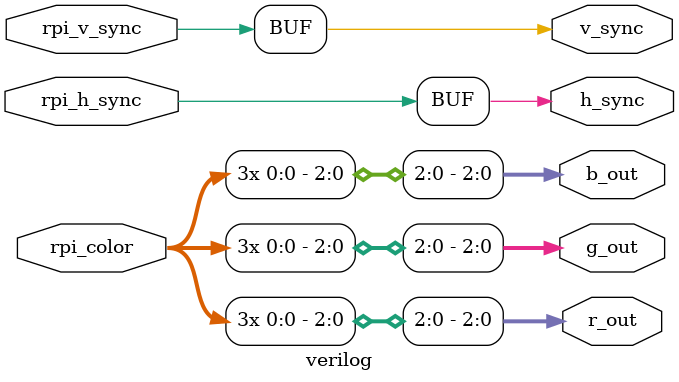
<source format=v>
module verilog(
     // NO NEED FOR RPI PIXEL CLOCK, THE NOISE CAUSES ISSUES DISPLAYING 
      input wire  rpi_h_sync,
      input wire  rpi_v_sync,
      input wire  rpi_color, 
      
      output wire  h_sync,
      output wire  v_sync,
      output wire  [3:0] r_out, 
      output wire  [3:0] g_out,
      output wire  [3:0] b_out
      );


assign h_sync = rpi_h_sync;

assign v_sync = rpi_v_sync;

assign r_out[0] = rpi_color;
assign r_out[1] = rpi_color;
assign r_out[2] = rpi_color;

assign b_out[0] = rpi_color;
assign b_out[1] = rpi_color;
assign b_out[2] = rpi_color;

assign g_out[0] = rpi_color;
assign g_out[1] = rpi_color;
assign g_out[2] = rpi_color;


endmodule
</source>
